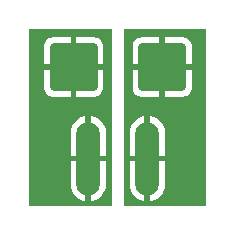
<source format=gbr>
%TF.GenerationSoftware,KiCad,Pcbnew,8.0.2*%
%TF.CreationDate,2024-05-29T16:50:12+10:00*%
%TF.ProjectId,little_switch_adapter,6c697474-6c65-45f7-9377-697463685f61,rev?*%
%TF.SameCoordinates,Original*%
%TF.FileFunction,Copper,L2,Bot*%
%TF.FilePolarity,Positive*%
%FSLAX46Y46*%
G04 Gerber Fmt 4.6, Leading zero omitted, Abs format (unit mm)*
G04 Created by KiCad (PCBNEW 8.0.2) date 2024-05-29 16:50:12*
%MOMM*%
%LPD*%
G01*
G04 APERTURE LIST*
G04 Aperture macros list*
%AMRoundRect*
0 Rectangle with rounded corners*
0 $1 Rounding radius*
0 $2 $3 $4 $5 $6 $7 $8 $9 X,Y pos of 4 corners*
0 Add a 4 corners polygon primitive as box body*
4,1,4,$2,$3,$4,$5,$6,$7,$8,$9,$2,$3,0*
0 Add four circle primitives for the rounded corners*
1,1,$1+$1,$2,$3*
1,1,$1+$1,$4,$5*
1,1,$1+$1,$6,$7*
1,1,$1+$1,$8,$9*
0 Add four rect primitives between the rounded corners*
20,1,$1+$1,$2,$3,$4,$5,0*
20,1,$1+$1,$4,$5,$6,$7,0*
20,1,$1+$1,$6,$7,$8,$9,0*
20,1,$1+$1,$8,$9,$2,$3,0*%
G04 Aperture macros list end*
%TA.AperFunction,WasherPad*%
%ADD10RoundRect,0.250000X-1.750000X-1.750000X1.750000X-1.750000X1.750000X1.750000X-1.750000X1.750000X0*%
%TD*%
%TA.AperFunction,WasherPad*%
%ADD11O,2.000000X6.250000*%
%TD*%
G04 APERTURE END LIST*
D10*
%TO.P,J1,*%
%TO.N,*%
X141250000Y-85750000D03*
%TD*%
D11*
%TO.P,SW1,*%
%TO.N,*%
X142500000Y-93500000D03*
X147500000Y-93500000D03*
%TD*%
D10*
%TO.P,J2,*%
%TO.N,*%
X148750000Y-85750000D03*
%TD*%
%TA.AperFunction,Conductor*%
%TO.N,/I_in*%
G36*
X144443039Y-82519685D02*
G01*
X144488794Y-82572489D01*
X144500000Y-82624000D01*
X144500000Y-97376000D01*
X144480315Y-97443039D01*
X144427511Y-97488794D01*
X144376000Y-97500000D01*
X137624000Y-97500000D01*
X137556961Y-97480315D01*
X137511206Y-97427511D01*
X137500000Y-97376000D01*
X137500000Y-91256947D01*
X141000000Y-91256947D01*
X141000000Y-93250000D01*
X142125000Y-93250000D01*
X142125000Y-93750000D01*
X141000000Y-93750000D01*
X141000000Y-95743052D01*
X141036934Y-95976247D01*
X141109897Y-96200802D01*
X141217085Y-96411171D01*
X141355866Y-96602186D01*
X141522813Y-96769133D01*
X141713828Y-96907914D01*
X141924195Y-97015102D01*
X142148744Y-97088063D01*
X142148750Y-97088065D01*
X142250000Y-97104101D01*
X142250000Y-95905330D01*
X142269745Y-95925075D01*
X142355255Y-95974444D01*
X142450630Y-96000000D01*
X142549370Y-96000000D01*
X142644745Y-95974444D01*
X142730255Y-95925075D01*
X142750000Y-95905330D01*
X142750000Y-97104100D01*
X142851249Y-97088065D01*
X142851255Y-97088063D01*
X143075804Y-97015102D01*
X143286171Y-96907914D01*
X143477186Y-96769133D01*
X143644133Y-96602186D01*
X143782914Y-96411171D01*
X143890102Y-96200802D01*
X143963065Y-95976247D01*
X144000000Y-95743052D01*
X144000000Y-93750000D01*
X142875000Y-93750000D01*
X142875000Y-93250000D01*
X144000000Y-93250000D01*
X144000000Y-91256947D01*
X143963065Y-91023752D01*
X143890102Y-90799197D01*
X143782914Y-90588828D01*
X143644133Y-90397813D01*
X143477186Y-90230866D01*
X143286171Y-90092085D01*
X143075802Y-89984897D01*
X142851247Y-89911934D01*
X142750000Y-89895897D01*
X142750000Y-91094670D01*
X142730255Y-91074925D01*
X142644745Y-91025556D01*
X142549370Y-91000000D01*
X142450630Y-91000000D01*
X142355255Y-91025556D01*
X142269745Y-91074925D01*
X142250000Y-91094670D01*
X142250000Y-89895897D01*
X142148752Y-89911934D01*
X141924197Y-89984897D01*
X141713828Y-90092085D01*
X141522813Y-90230866D01*
X141355866Y-90397813D01*
X141217085Y-90588828D01*
X141109897Y-90799197D01*
X141036934Y-91023752D01*
X141000000Y-91256947D01*
X137500000Y-91256947D01*
X137500000Y-83950013D01*
X138750000Y-83950013D01*
X138750000Y-85500000D01*
X139770898Y-85500000D01*
X139750000Y-85631947D01*
X139750000Y-85868053D01*
X139770898Y-86000000D01*
X138750001Y-86000000D01*
X138750001Y-87549986D01*
X138760494Y-87652697D01*
X138815641Y-87819119D01*
X138815643Y-87819124D01*
X138907684Y-87968345D01*
X139031654Y-88092315D01*
X139180875Y-88184356D01*
X139180880Y-88184358D01*
X139347302Y-88239505D01*
X139347309Y-88239506D01*
X139450019Y-88249999D01*
X140999999Y-88249999D01*
X141000000Y-88249998D01*
X141000000Y-87229101D01*
X141131947Y-87250000D01*
X141368053Y-87250000D01*
X141500000Y-87229101D01*
X141500000Y-88249999D01*
X143049972Y-88249999D01*
X143049986Y-88249998D01*
X143152697Y-88239505D01*
X143319119Y-88184358D01*
X143319124Y-88184356D01*
X143468345Y-88092315D01*
X143592315Y-87968345D01*
X143684356Y-87819124D01*
X143684358Y-87819119D01*
X143739505Y-87652697D01*
X143739506Y-87652690D01*
X143749999Y-87549986D01*
X143750000Y-87549973D01*
X143750000Y-86000000D01*
X142729102Y-86000000D01*
X142750000Y-85868053D01*
X142750000Y-85631947D01*
X142729102Y-85500000D01*
X143749999Y-85500000D01*
X143749999Y-83950028D01*
X143749998Y-83950013D01*
X143739505Y-83847302D01*
X143684358Y-83680880D01*
X143684356Y-83680875D01*
X143592315Y-83531654D01*
X143468345Y-83407684D01*
X143319124Y-83315643D01*
X143319119Y-83315641D01*
X143152697Y-83260494D01*
X143152690Y-83260493D01*
X143049986Y-83250000D01*
X141500000Y-83250000D01*
X141500000Y-84270898D01*
X141368053Y-84250000D01*
X141131947Y-84250000D01*
X141000000Y-84270898D01*
X141000000Y-83250000D01*
X139450028Y-83250000D01*
X139450012Y-83250001D01*
X139347302Y-83260494D01*
X139180880Y-83315641D01*
X139180875Y-83315643D01*
X139031654Y-83407684D01*
X138907684Y-83531654D01*
X138815643Y-83680875D01*
X138815641Y-83680880D01*
X138760494Y-83847302D01*
X138760493Y-83847309D01*
X138750000Y-83950013D01*
X137500000Y-83950013D01*
X137500000Y-82624000D01*
X137519685Y-82556961D01*
X137572489Y-82511206D01*
X137624000Y-82500000D01*
X144376000Y-82500000D01*
X144443039Y-82519685D01*
G37*
%TD.AperFunction*%
%TD*%
%TA.AperFunction,Conductor*%
%TO.N,/I_out*%
G36*
X152443039Y-82519685D02*
G01*
X152488794Y-82572489D01*
X152500000Y-82624000D01*
X152500000Y-97376000D01*
X152480315Y-97443039D01*
X152427511Y-97488794D01*
X152376000Y-97500000D01*
X145624000Y-97500000D01*
X145556961Y-97480315D01*
X145511206Y-97427511D01*
X145500000Y-97376000D01*
X145500000Y-91256947D01*
X146000000Y-91256947D01*
X146000000Y-93250000D01*
X147125000Y-93250000D01*
X147125000Y-93750000D01*
X146000000Y-93750000D01*
X146000000Y-95743052D01*
X146036934Y-95976247D01*
X146109897Y-96200802D01*
X146217085Y-96411171D01*
X146355866Y-96602186D01*
X146522813Y-96769133D01*
X146713828Y-96907914D01*
X146924195Y-97015102D01*
X147148744Y-97088063D01*
X147148750Y-97088065D01*
X147250000Y-97104101D01*
X147250000Y-95905330D01*
X147269745Y-95925075D01*
X147355255Y-95974444D01*
X147450630Y-96000000D01*
X147549370Y-96000000D01*
X147644745Y-95974444D01*
X147730255Y-95925075D01*
X147750000Y-95905330D01*
X147750000Y-97104100D01*
X147851249Y-97088065D01*
X147851255Y-97088063D01*
X148075804Y-97015102D01*
X148286171Y-96907914D01*
X148477186Y-96769133D01*
X148644133Y-96602186D01*
X148782914Y-96411171D01*
X148890102Y-96200802D01*
X148963065Y-95976247D01*
X149000000Y-95743052D01*
X149000000Y-93750000D01*
X147875000Y-93750000D01*
X147875000Y-93250000D01*
X149000000Y-93250000D01*
X149000000Y-91256947D01*
X148963065Y-91023752D01*
X148890102Y-90799197D01*
X148782914Y-90588828D01*
X148644133Y-90397813D01*
X148477186Y-90230866D01*
X148286171Y-90092085D01*
X148075802Y-89984897D01*
X147851247Y-89911934D01*
X147750000Y-89895897D01*
X147750000Y-91094670D01*
X147730255Y-91074925D01*
X147644745Y-91025556D01*
X147549370Y-91000000D01*
X147450630Y-91000000D01*
X147355255Y-91025556D01*
X147269745Y-91074925D01*
X147250000Y-91094670D01*
X147250000Y-89895897D01*
X147148752Y-89911934D01*
X146924197Y-89984897D01*
X146713828Y-90092085D01*
X146522813Y-90230866D01*
X146355866Y-90397813D01*
X146217085Y-90588828D01*
X146109897Y-90799197D01*
X146036934Y-91023752D01*
X146000000Y-91256947D01*
X145500000Y-91256947D01*
X145500000Y-83950013D01*
X146250000Y-83950013D01*
X146250000Y-85500000D01*
X147270898Y-85500000D01*
X147250000Y-85631947D01*
X147250000Y-85868053D01*
X147270898Y-86000000D01*
X146250001Y-86000000D01*
X146250001Y-87549986D01*
X146260494Y-87652697D01*
X146315641Y-87819119D01*
X146315643Y-87819124D01*
X146407684Y-87968345D01*
X146531654Y-88092315D01*
X146680875Y-88184356D01*
X146680880Y-88184358D01*
X146847302Y-88239505D01*
X146847309Y-88239506D01*
X146950019Y-88249999D01*
X148499999Y-88249999D01*
X148500000Y-88249998D01*
X148500000Y-87229101D01*
X148631947Y-87250000D01*
X148868053Y-87250000D01*
X149000000Y-87229101D01*
X149000000Y-88249999D01*
X150549972Y-88249999D01*
X150549986Y-88249998D01*
X150652697Y-88239505D01*
X150819119Y-88184358D01*
X150819124Y-88184356D01*
X150968345Y-88092315D01*
X151092315Y-87968345D01*
X151184356Y-87819124D01*
X151184358Y-87819119D01*
X151239505Y-87652697D01*
X151239506Y-87652690D01*
X151249999Y-87549986D01*
X151250000Y-87549973D01*
X151250000Y-86000000D01*
X150229102Y-86000000D01*
X150250000Y-85868053D01*
X150250000Y-85631947D01*
X150229102Y-85500000D01*
X151249999Y-85500000D01*
X151249999Y-83950028D01*
X151249998Y-83950013D01*
X151239505Y-83847302D01*
X151184358Y-83680880D01*
X151184356Y-83680875D01*
X151092315Y-83531654D01*
X150968345Y-83407684D01*
X150819124Y-83315643D01*
X150819119Y-83315641D01*
X150652697Y-83260494D01*
X150652690Y-83260493D01*
X150549986Y-83250000D01*
X149000000Y-83250000D01*
X149000000Y-84270898D01*
X148868053Y-84250000D01*
X148631947Y-84250000D01*
X148500000Y-84270898D01*
X148500000Y-83250000D01*
X146950028Y-83250000D01*
X146950012Y-83250001D01*
X146847302Y-83260494D01*
X146680880Y-83315641D01*
X146680875Y-83315643D01*
X146531654Y-83407684D01*
X146407684Y-83531654D01*
X146315643Y-83680875D01*
X146315641Y-83680880D01*
X146260494Y-83847302D01*
X146260493Y-83847309D01*
X146250000Y-83950013D01*
X145500000Y-83950013D01*
X145500000Y-82624000D01*
X145519685Y-82556961D01*
X145572489Y-82511206D01*
X145624000Y-82500000D01*
X152376000Y-82500000D01*
X152443039Y-82519685D01*
G37*
%TD.AperFunction*%
%TD*%
M02*

</source>
